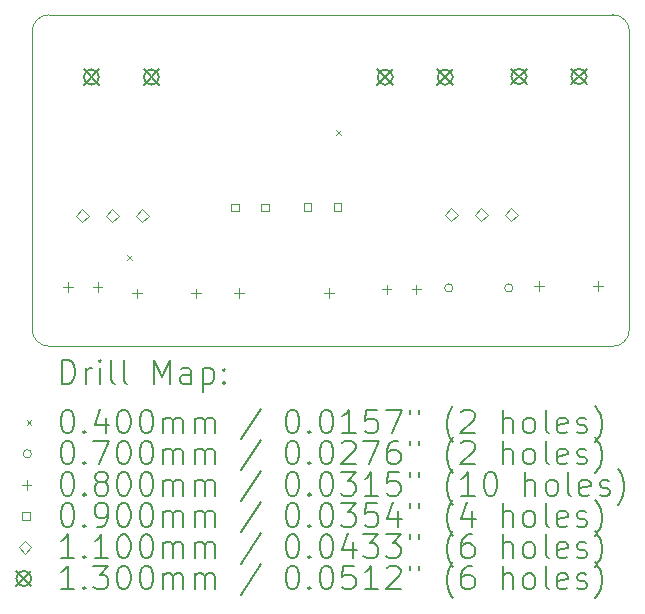
<source format=gbr>
%TF.GenerationSoftware,KiCad,Pcbnew,(6.0.7)*%
%TF.CreationDate,2023-01-29T13:38:15+01:00*%
%TF.ProjectId,udemy,7564656d-792e-46b6-9963-61645f706362,rev?*%
%TF.SameCoordinates,Original*%
%TF.FileFunction,Drillmap*%
%TF.FilePolarity,Positive*%
%FSLAX45Y45*%
G04 Gerber Fmt 4.5, Leading zero omitted, Abs format (unit mm)*
G04 Created by KiCad (PCBNEW (6.0.7)) date 2023-01-29 13:38:15*
%MOMM*%
%LPD*%
G01*
G04 APERTURE LIST*
%ADD10C,0.100000*%
%ADD11C,0.200000*%
%ADD12C,0.040000*%
%ADD13C,0.070000*%
%ADD14C,0.080000*%
%ADD15C,0.090000*%
%ADD16C,0.110000*%
%ADD17C,0.130000*%
G04 APERTURE END LIST*
D10*
X16532500Y-5476055D02*
X11761989Y-5477500D01*
X11617589Y-5619987D02*
X11617513Y-8138100D01*
X11760000Y-8282500D02*
X16530000Y-8285000D01*
X11617513Y-8138100D02*
G75*
G03*
X11760000Y-8282500I142487J-1900D01*
G01*
X16530000Y-8284997D02*
G75*
G03*
X16674400Y-8142513I1900J142487D01*
G01*
X16674982Y-5620455D02*
G75*
G03*
X16532500Y-5476055I-142482J1905D01*
G01*
X11761989Y-5477501D02*
G75*
G03*
X11617589Y-5619987I-1899J-142489D01*
G01*
X16674400Y-8142513D02*
X16674987Y-5620455D01*
D11*
D12*
X12420000Y-7512500D02*
X12460000Y-7552500D01*
X12460000Y-7512500D02*
X12420000Y-7552500D01*
X14192500Y-6452500D02*
X14232500Y-6492500D01*
X14232500Y-6452500D02*
X14192500Y-6492500D01*
D13*
X15181000Y-7790000D02*
G75*
G03*
X15181000Y-7790000I-35000J0D01*
G01*
X15689000Y-7790000D02*
G75*
G03*
X15689000Y-7790000I-35000J0D01*
G01*
D14*
X11922500Y-7742500D02*
X11922500Y-7822500D01*
X11882500Y-7782500D02*
X11962500Y-7782500D01*
X12172500Y-7742500D02*
X12172500Y-7822500D01*
X12132500Y-7782500D02*
X12212500Y-7782500D01*
X12505000Y-7795000D02*
X12505000Y-7875000D01*
X12465000Y-7835000D02*
X12545000Y-7835000D01*
X13005000Y-7795000D02*
X13005000Y-7875000D01*
X12965000Y-7835000D02*
X13045000Y-7835000D01*
X13369000Y-7792500D02*
X13369000Y-7872500D01*
X13329000Y-7832500D02*
X13409000Y-7832500D01*
X14131000Y-7792500D02*
X14131000Y-7872500D01*
X14091000Y-7832500D02*
X14171000Y-7832500D01*
X14620000Y-7762500D02*
X14620000Y-7842500D01*
X14580000Y-7802500D02*
X14660000Y-7802500D01*
X14870000Y-7762500D02*
X14870000Y-7842500D01*
X14830000Y-7802500D02*
X14910000Y-7802500D01*
X15910000Y-7735000D02*
X15910000Y-7815000D01*
X15870000Y-7775000D02*
X15950000Y-7775000D01*
X16410000Y-7735000D02*
X16410000Y-7815000D01*
X16370000Y-7775000D02*
X16450000Y-7775000D01*
D15*
X13365320Y-7139320D02*
X13365320Y-7075680D01*
X13301680Y-7075680D01*
X13301680Y-7139320D01*
X13365320Y-7139320D01*
X13619320Y-7139320D02*
X13619320Y-7075680D01*
X13555680Y-7075680D01*
X13555680Y-7139320D01*
X13619320Y-7139320D01*
X13982820Y-7136820D02*
X13982820Y-7073180D01*
X13919180Y-7073180D01*
X13919180Y-7136820D01*
X13982820Y-7136820D01*
X14236820Y-7136820D02*
X14236820Y-7073180D01*
X14173180Y-7073180D01*
X14173180Y-7136820D01*
X14236820Y-7136820D01*
D16*
X12041000Y-7232000D02*
X12096000Y-7177000D01*
X12041000Y-7122000D01*
X11986000Y-7177000D01*
X12041000Y-7232000D01*
X12295000Y-7232000D02*
X12350000Y-7177000D01*
X12295000Y-7122000D01*
X12240000Y-7177000D01*
X12295000Y-7232000D01*
X12549000Y-7232000D02*
X12604000Y-7177000D01*
X12549000Y-7122000D01*
X12494000Y-7177000D01*
X12549000Y-7232000D01*
X15168500Y-7224500D02*
X15223500Y-7169500D01*
X15168500Y-7114500D01*
X15113500Y-7169500D01*
X15168500Y-7224500D01*
X15422500Y-7224500D02*
X15477500Y-7169500D01*
X15422500Y-7114500D01*
X15367500Y-7169500D01*
X15422500Y-7224500D01*
X15676500Y-7224500D02*
X15731500Y-7169500D01*
X15676500Y-7114500D01*
X15621500Y-7169500D01*
X15676500Y-7224500D01*
D17*
X12054000Y-5939500D02*
X12184000Y-6069500D01*
X12184000Y-5939500D02*
X12054000Y-6069500D01*
X12184000Y-6004500D02*
G75*
G03*
X12184000Y-6004500I-65000J0D01*
G01*
X12562000Y-5939500D02*
X12692000Y-6069500D01*
X12692000Y-5939500D02*
X12562000Y-6069500D01*
X12692000Y-6004500D02*
G75*
G03*
X12692000Y-6004500I-65000J0D01*
G01*
X14541500Y-5939500D02*
X14671500Y-6069500D01*
X14671500Y-5939500D02*
X14541500Y-6069500D01*
X14671500Y-6004500D02*
G75*
G03*
X14671500Y-6004500I-65000J0D01*
G01*
X15049500Y-5939500D02*
X15179500Y-6069500D01*
X15179500Y-5939500D02*
X15049500Y-6069500D01*
X15179500Y-6004500D02*
G75*
G03*
X15179500Y-6004500I-65000J0D01*
G01*
X15674000Y-5934500D02*
X15804000Y-6064500D01*
X15804000Y-5934500D02*
X15674000Y-6064500D01*
X15804000Y-5999500D02*
G75*
G03*
X15804000Y-5999500I-65000J0D01*
G01*
X16182000Y-5934500D02*
X16312000Y-6064500D01*
X16312000Y-5934500D02*
X16182000Y-6064500D01*
X16312000Y-5999500D02*
G75*
G03*
X16312000Y-5999500I-65000J0D01*
G01*
D11*
X11870119Y-8600486D02*
X11870119Y-8400486D01*
X11917738Y-8400486D01*
X11946309Y-8410010D01*
X11965357Y-8429057D01*
X11974881Y-8448105D01*
X11984405Y-8486200D01*
X11984405Y-8514772D01*
X11974881Y-8552867D01*
X11965357Y-8571915D01*
X11946309Y-8590962D01*
X11917738Y-8600486D01*
X11870119Y-8600486D01*
X12070119Y-8600486D02*
X12070119Y-8467153D01*
X12070119Y-8505248D02*
X12079643Y-8486200D01*
X12089167Y-8476676D01*
X12108214Y-8467153D01*
X12127262Y-8467153D01*
X12193928Y-8600486D02*
X12193928Y-8467153D01*
X12193928Y-8400486D02*
X12184405Y-8410010D01*
X12193928Y-8419534D01*
X12203452Y-8410010D01*
X12193928Y-8400486D01*
X12193928Y-8419534D01*
X12317738Y-8600486D02*
X12298690Y-8590962D01*
X12289167Y-8571915D01*
X12289167Y-8400486D01*
X12422500Y-8600486D02*
X12403452Y-8590962D01*
X12393928Y-8571915D01*
X12393928Y-8400486D01*
X12651071Y-8600486D02*
X12651071Y-8400486D01*
X12717738Y-8543343D01*
X12784405Y-8400486D01*
X12784405Y-8600486D01*
X12965357Y-8600486D02*
X12965357Y-8495724D01*
X12955833Y-8476676D01*
X12936786Y-8467153D01*
X12898690Y-8467153D01*
X12879643Y-8476676D01*
X12965357Y-8590962D02*
X12946309Y-8600486D01*
X12898690Y-8600486D01*
X12879643Y-8590962D01*
X12870119Y-8571915D01*
X12870119Y-8552867D01*
X12879643Y-8533819D01*
X12898690Y-8524296D01*
X12946309Y-8524296D01*
X12965357Y-8514772D01*
X13060595Y-8467153D02*
X13060595Y-8667153D01*
X13060595Y-8476676D02*
X13079643Y-8467153D01*
X13117738Y-8467153D01*
X13136786Y-8476676D01*
X13146309Y-8486200D01*
X13155833Y-8505248D01*
X13155833Y-8562391D01*
X13146309Y-8581438D01*
X13136786Y-8590962D01*
X13117738Y-8600486D01*
X13079643Y-8600486D01*
X13060595Y-8590962D01*
X13241548Y-8581438D02*
X13251071Y-8590962D01*
X13241548Y-8600486D01*
X13232024Y-8590962D01*
X13241548Y-8581438D01*
X13241548Y-8600486D01*
X13241548Y-8476676D02*
X13251071Y-8486200D01*
X13241548Y-8495724D01*
X13232024Y-8486200D01*
X13241548Y-8476676D01*
X13241548Y-8495724D01*
D12*
X11572500Y-8910010D02*
X11612500Y-8950010D01*
X11612500Y-8910010D02*
X11572500Y-8950010D01*
D11*
X11908214Y-8820486D02*
X11927262Y-8820486D01*
X11946309Y-8830010D01*
X11955833Y-8839534D01*
X11965357Y-8858581D01*
X11974881Y-8896676D01*
X11974881Y-8944296D01*
X11965357Y-8982391D01*
X11955833Y-9001438D01*
X11946309Y-9010962D01*
X11927262Y-9020486D01*
X11908214Y-9020486D01*
X11889167Y-9010962D01*
X11879643Y-9001438D01*
X11870119Y-8982391D01*
X11860595Y-8944296D01*
X11860595Y-8896676D01*
X11870119Y-8858581D01*
X11879643Y-8839534D01*
X11889167Y-8830010D01*
X11908214Y-8820486D01*
X12060595Y-9001438D02*
X12070119Y-9010962D01*
X12060595Y-9020486D01*
X12051071Y-9010962D01*
X12060595Y-9001438D01*
X12060595Y-9020486D01*
X12241548Y-8887153D02*
X12241548Y-9020486D01*
X12193928Y-8810962D02*
X12146309Y-8953819D01*
X12270119Y-8953819D01*
X12384405Y-8820486D02*
X12403452Y-8820486D01*
X12422500Y-8830010D01*
X12432024Y-8839534D01*
X12441548Y-8858581D01*
X12451071Y-8896676D01*
X12451071Y-8944296D01*
X12441548Y-8982391D01*
X12432024Y-9001438D01*
X12422500Y-9010962D01*
X12403452Y-9020486D01*
X12384405Y-9020486D01*
X12365357Y-9010962D01*
X12355833Y-9001438D01*
X12346309Y-8982391D01*
X12336786Y-8944296D01*
X12336786Y-8896676D01*
X12346309Y-8858581D01*
X12355833Y-8839534D01*
X12365357Y-8830010D01*
X12384405Y-8820486D01*
X12574881Y-8820486D02*
X12593928Y-8820486D01*
X12612976Y-8830010D01*
X12622500Y-8839534D01*
X12632024Y-8858581D01*
X12641548Y-8896676D01*
X12641548Y-8944296D01*
X12632024Y-8982391D01*
X12622500Y-9001438D01*
X12612976Y-9010962D01*
X12593928Y-9020486D01*
X12574881Y-9020486D01*
X12555833Y-9010962D01*
X12546309Y-9001438D01*
X12536786Y-8982391D01*
X12527262Y-8944296D01*
X12527262Y-8896676D01*
X12536786Y-8858581D01*
X12546309Y-8839534D01*
X12555833Y-8830010D01*
X12574881Y-8820486D01*
X12727262Y-9020486D02*
X12727262Y-8887153D01*
X12727262Y-8906200D02*
X12736786Y-8896676D01*
X12755833Y-8887153D01*
X12784405Y-8887153D01*
X12803452Y-8896676D01*
X12812976Y-8915724D01*
X12812976Y-9020486D01*
X12812976Y-8915724D02*
X12822500Y-8896676D01*
X12841548Y-8887153D01*
X12870119Y-8887153D01*
X12889167Y-8896676D01*
X12898690Y-8915724D01*
X12898690Y-9020486D01*
X12993928Y-9020486D02*
X12993928Y-8887153D01*
X12993928Y-8906200D02*
X13003452Y-8896676D01*
X13022500Y-8887153D01*
X13051071Y-8887153D01*
X13070119Y-8896676D01*
X13079643Y-8915724D01*
X13079643Y-9020486D01*
X13079643Y-8915724D02*
X13089167Y-8896676D01*
X13108214Y-8887153D01*
X13136786Y-8887153D01*
X13155833Y-8896676D01*
X13165357Y-8915724D01*
X13165357Y-9020486D01*
X13555833Y-8810962D02*
X13384405Y-9068105D01*
X13812976Y-8820486D02*
X13832024Y-8820486D01*
X13851071Y-8830010D01*
X13860595Y-8839534D01*
X13870119Y-8858581D01*
X13879643Y-8896676D01*
X13879643Y-8944296D01*
X13870119Y-8982391D01*
X13860595Y-9001438D01*
X13851071Y-9010962D01*
X13832024Y-9020486D01*
X13812976Y-9020486D01*
X13793928Y-9010962D01*
X13784405Y-9001438D01*
X13774881Y-8982391D01*
X13765357Y-8944296D01*
X13765357Y-8896676D01*
X13774881Y-8858581D01*
X13784405Y-8839534D01*
X13793928Y-8830010D01*
X13812976Y-8820486D01*
X13965357Y-9001438D02*
X13974881Y-9010962D01*
X13965357Y-9020486D01*
X13955833Y-9010962D01*
X13965357Y-9001438D01*
X13965357Y-9020486D01*
X14098690Y-8820486D02*
X14117738Y-8820486D01*
X14136786Y-8830010D01*
X14146309Y-8839534D01*
X14155833Y-8858581D01*
X14165357Y-8896676D01*
X14165357Y-8944296D01*
X14155833Y-8982391D01*
X14146309Y-9001438D01*
X14136786Y-9010962D01*
X14117738Y-9020486D01*
X14098690Y-9020486D01*
X14079643Y-9010962D01*
X14070119Y-9001438D01*
X14060595Y-8982391D01*
X14051071Y-8944296D01*
X14051071Y-8896676D01*
X14060595Y-8858581D01*
X14070119Y-8839534D01*
X14079643Y-8830010D01*
X14098690Y-8820486D01*
X14355833Y-9020486D02*
X14241548Y-9020486D01*
X14298690Y-9020486D02*
X14298690Y-8820486D01*
X14279643Y-8849057D01*
X14260595Y-8868105D01*
X14241548Y-8877629D01*
X14536786Y-8820486D02*
X14441548Y-8820486D01*
X14432024Y-8915724D01*
X14441548Y-8906200D01*
X14460595Y-8896676D01*
X14508214Y-8896676D01*
X14527262Y-8906200D01*
X14536786Y-8915724D01*
X14546309Y-8934772D01*
X14546309Y-8982391D01*
X14536786Y-9001438D01*
X14527262Y-9010962D01*
X14508214Y-9020486D01*
X14460595Y-9020486D01*
X14441548Y-9010962D01*
X14432024Y-9001438D01*
X14612976Y-8820486D02*
X14746309Y-8820486D01*
X14660595Y-9020486D01*
X14812976Y-8820486D02*
X14812976Y-8858581D01*
X14889167Y-8820486D02*
X14889167Y-8858581D01*
X15184405Y-9096676D02*
X15174881Y-9087153D01*
X15155833Y-9058581D01*
X15146309Y-9039534D01*
X15136786Y-9010962D01*
X15127262Y-8963343D01*
X15127262Y-8925248D01*
X15136786Y-8877629D01*
X15146309Y-8849057D01*
X15155833Y-8830010D01*
X15174881Y-8801438D01*
X15184405Y-8791915D01*
X15251071Y-8839534D02*
X15260595Y-8830010D01*
X15279643Y-8820486D01*
X15327262Y-8820486D01*
X15346309Y-8830010D01*
X15355833Y-8839534D01*
X15365357Y-8858581D01*
X15365357Y-8877629D01*
X15355833Y-8906200D01*
X15241548Y-9020486D01*
X15365357Y-9020486D01*
X15603452Y-9020486D02*
X15603452Y-8820486D01*
X15689167Y-9020486D02*
X15689167Y-8915724D01*
X15679643Y-8896676D01*
X15660595Y-8887153D01*
X15632024Y-8887153D01*
X15612976Y-8896676D01*
X15603452Y-8906200D01*
X15812976Y-9020486D02*
X15793928Y-9010962D01*
X15784405Y-9001438D01*
X15774881Y-8982391D01*
X15774881Y-8925248D01*
X15784405Y-8906200D01*
X15793928Y-8896676D01*
X15812976Y-8887153D01*
X15841548Y-8887153D01*
X15860595Y-8896676D01*
X15870119Y-8906200D01*
X15879643Y-8925248D01*
X15879643Y-8982391D01*
X15870119Y-9001438D01*
X15860595Y-9010962D01*
X15841548Y-9020486D01*
X15812976Y-9020486D01*
X15993928Y-9020486D02*
X15974881Y-9010962D01*
X15965357Y-8991915D01*
X15965357Y-8820486D01*
X16146309Y-9010962D02*
X16127262Y-9020486D01*
X16089167Y-9020486D01*
X16070119Y-9010962D01*
X16060595Y-8991915D01*
X16060595Y-8915724D01*
X16070119Y-8896676D01*
X16089167Y-8887153D01*
X16127262Y-8887153D01*
X16146309Y-8896676D01*
X16155833Y-8915724D01*
X16155833Y-8934772D01*
X16060595Y-8953819D01*
X16232024Y-9010962D02*
X16251071Y-9020486D01*
X16289167Y-9020486D01*
X16308214Y-9010962D01*
X16317738Y-8991915D01*
X16317738Y-8982391D01*
X16308214Y-8963343D01*
X16289167Y-8953819D01*
X16260595Y-8953819D01*
X16241548Y-8944296D01*
X16232024Y-8925248D01*
X16232024Y-8915724D01*
X16241548Y-8896676D01*
X16260595Y-8887153D01*
X16289167Y-8887153D01*
X16308214Y-8896676D01*
X16384405Y-9096676D02*
X16393928Y-9087153D01*
X16412976Y-9058581D01*
X16422500Y-9039534D01*
X16432024Y-9010962D01*
X16441548Y-8963343D01*
X16441548Y-8925248D01*
X16432024Y-8877629D01*
X16422500Y-8849057D01*
X16412976Y-8830010D01*
X16393928Y-8801438D01*
X16384405Y-8791915D01*
D13*
X11612500Y-9194010D02*
G75*
G03*
X11612500Y-9194010I-35000J0D01*
G01*
D11*
X11908214Y-9084486D02*
X11927262Y-9084486D01*
X11946309Y-9094010D01*
X11955833Y-9103534D01*
X11965357Y-9122581D01*
X11974881Y-9160676D01*
X11974881Y-9208296D01*
X11965357Y-9246391D01*
X11955833Y-9265438D01*
X11946309Y-9274962D01*
X11927262Y-9284486D01*
X11908214Y-9284486D01*
X11889167Y-9274962D01*
X11879643Y-9265438D01*
X11870119Y-9246391D01*
X11860595Y-9208296D01*
X11860595Y-9160676D01*
X11870119Y-9122581D01*
X11879643Y-9103534D01*
X11889167Y-9094010D01*
X11908214Y-9084486D01*
X12060595Y-9265438D02*
X12070119Y-9274962D01*
X12060595Y-9284486D01*
X12051071Y-9274962D01*
X12060595Y-9265438D01*
X12060595Y-9284486D01*
X12136786Y-9084486D02*
X12270119Y-9084486D01*
X12184405Y-9284486D01*
X12384405Y-9084486D02*
X12403452Y-9084486D01*
X12422500Y-9094010D01*
X12432024Y-9103534D01*
X12441548Y-9122581D01*
X12451071Y-9160676D01*
X12451071Y-9208296D01*
X12441548Y-9246391D01*
X12432024Y-9265438D01*
X12422500Y-9274962D01*
X12403452Y-9284486D01*
X12384405Y-9284486D01*
X12365357Y-9274962D01*
X12355833Y-9265438D01*
X12346309Y-9246391D01*
X12336786Y-9208296D01*
X12336786Y-9160676D01*
X12346309Y-9122581D01*
X12355833Y-9103534D01*
X12365357Y-9094010D01*
X12384405Y-9084486D01*
X12574881Y-9084486D02*
X12593928Y-9084486D01*
X12612976Y-9094010D01*
X12622500Y-9103534D01*
X12632024Y-9122581D01*
X12641548Y-9160676D01*
X12641548Y-9208296D01*
X12632024Y-9246391D01*
X12622500Y-9265438D01*
X12612976Y-9274962D01*
X12593928Y-9284486D01*
X12574881Y-9284486D01*
X12555833Y-9274962D01*
X12546309Y-9265438D01*
X12536786Y-9246391D01*
X12527262Y-9208296D01*
X12527262Y-9160676D01*
X12536786Y-9122581D01*
X12546309Y-9103534D01*
X12555833Y-9094010D01*
X12574881Y-9084486D01*
X12727262Y-9284486D02*
X12727262Y-9151153D01*
X12727262Y-9170200D02*
X12736786Y-9160676D01*
X12755833Y-9151153D01*
X12784405Y-9151153D01*
X12803452Y-9160676D01*
X12812976Y-9179724D01*
X12812976Y-9284486D01*
X12812976Y-9179724D02*
X12822500Y-9160676D01*
X12841548Y-9151153D01*
X12870119Y-9151153D01*
X12889167Y-9160676D01*
X12898690Y-9179724D01*
X12898690Y-9284486D01*
X12993928Y-9284486D02*
X12993928Y-9151153D01*
X12993928Y-9170200D02*
X13003452Y-9160676D01*
X13022500Y-9151153D01*
X13051071Y-9151153D01*
X13070119Y-9160676D01*
X13079643Y-9179724D01*
X13079643Y-9284486D01*
X13079643Y-9179724D02*
X13089167Y-9160676D01*
X13108214Y-9151153D01*
X13136786Y-9151153D01*
X13155833Y-9160676D01*
X13165357Y-9179724D01*
X13165357Y-9284486D01*
X13555833Y-9074962D02*
X13384405Y-9332105D01*
X13812976Y-9084486D02*
X13832024Y-9084486D01*
X13851071Y-9094010D01*
X13860595Y-9103534D01*
X13870119Y-9122581D01*
X13879643Y-9160676D01*
X13879643Y-9208296D01*
X13870119Y-9246391D01*
X13860595Y-9265438D01*
X13851071Y-9274962D01*
X13832024Y-9284486D01*
X13812976Y-9284486D01*
X13793928Y-9274962D01*
X13784405Y-9265438D01*
X13774881Y-9246391D01*
X13765357Y-9208296D01*
X13765357Y-9160676D01*
X13774881Y-9122581D01*
X13784405Y-9103534D01*
X13793928Y-9094010D01*
X13812976Y-9084486D01*
X13965357Y-9265438D02*
X13974881Y-9274962D01*
X13965357Y-9284486D01*
X13955833Y-9274962D01*
X13965357Y-9265438D01*
X13965357Y-9284486D01*
X14098690Y-9084486D02*
X14117738Y-9084486D01*
X14136786Y-9094010D01*
X14146309Y-9103534D01*
X14155833Y-9122581D01*
X14165357Y-9160676D01*
X14165357Y-9208296D01*
X14155833Y-9246391D01*
X14146309Y-9265438D01*
X14136786Y-9274962D01*
X14117738Y-9284486D01*
X14098690Y-9284486D01*
X14079643Y-9274962D01*
X14070119Y-9265438D01*
X14060595Y-9246391D01*
X14051071Y-9208296D01*
X14051071Y-9160676D01*
X14060595Y-9122581D01*
X14070119Y-9103534D01*
X14079643Y-9094010D01*
X14098690Y-9084486D01*
X14241548Y-9103534D02*
X14251071Y-9094010D01*
X14270119Y-9084486D01*
X14317738Y-9084486D01*
X14336786Y-9094010D01*
X14346309Y-9103534D01*
X14355833Y-9122581D01*
X14355833Y-9141629D01*
X14346309Y-9170200D01*
X14232024Y-9284486D01*
X14355833Y-9284486D01*
X14422500Y-9084486D02*
X14555833Y-9084486D01*
X14470119Y-9284486D01*
X14717738Y-9084486D02*
X14679643Y-9084486D01*
X14660595Y-9094010D01*
X14651071Y-9103534D01*
X14632024Y-9132105D01*
X14622500Y-9170200D01*
X14622500Y-9246391D01*
X14632024Y-9265438D01*
X14641548Y-9274962D01*
X14660595Y-9284486D01*
X14698690Y-9284486D01*
X14717738Y-9274962D01*
X14727262Y-9265438D01*
X14736786Y-9246391D01*
X14736786Y-9198772D01*
X14727262Y-9179724D01*
X14717738Y-9170200D01*
X14698690Y-9160676D01*
X14660595Y-9160676D01*
X14641548Y-9170200D01*
X14632024Y-9179724D01*
X14622500Y-9198772D01*
X14812976Y-9084486D02*
X14812976Y-9122581D01*
X14889167Y-9084486D02*
X14889167Y-9122581D01*
X15184405Y-9360676D02*
X15174881Y-9351153D01*
X15155833Y-9322581D01*
X15146309Y-9303534D01*
X15136786Y-9274962D01*
X15127262Y-9227343D01*
X15127262Y-9189248D01*
X15136786Y-9141629D01*
X15146309Y-9113057D01*
X15155833Y-9094010D01*
X15174881Y-9065438D01*
X15184405Y-9055915D01*
X15251071Y-9103534D02*
X15260595Y-9094010D01*
X15279643Y-9084486D01*
X15327262Y-9084486D01*
X15346309Y-9094010D01*
X15355833Y-9103534D01*
X15365357Y-9122581D01*
X15365357Y-9141629D01*
X15355833Y-9170200D01*
X15241548Y-9284486D01*
X15365357Y-9284486D01*
X15603452Y-9284486D02*
X15603452Y-9084486D01*
X15689167Y-9284486D02*
X15689167Y-9179724D01*
X15679643Y-9160676D01*
X15660595Y-9151153D01*
X15632024Y-9151153D01*
X15612976Y-9160676D01*
X15603452Y-9170200D01*
X15812976Y-9284486D02*
X15793928Y-9274962D01*
X15784405Y-9265438D01*
X15774881Y-9246391D01*
X15774881Y-9189248D01*
X15784405Y-9170200D01*
X15793928Y-9160676D01*
X15812976Y-9151153D01*
X15841548Y-9151153D01*
X15860595Y-9160676D01*
X15870119Y-9170200D01*
X15879643Y-9189248D01*
X15879643Y-9246391D01*
X15870119Y-9265438D01*
X15860595Y-9274962D01*
X15841548Y-9284486D01*
X15812976Y-9284486D01*
X15993928Y-9284486D02*
X15974881Y-9274962D01*
X15965357Y-9255915D01*
X15965357Y-9084486D01*
X16146309Y-9274962D02*
X16127262Y-9284486D01*
X16089167Y-9284486D01*
X16070119Y-9274962D01*
X16060595Y-9255915D01*
X16060595Y-9179724D01*
X16070119Y-9160676D01*
X16089167Y-9151153D01*
X16127262Y-9151153D01*
X16146309Y-9160676D01*
X16155833Y-9179724D01*
X16155833Y-9198772D01*
X16060595Y-9217819D01*
X16232024Y-9274962D02*
X16251071Y-9284486D01*
X16289167Y-9284486D01*
X16308214Y-9274962D01*
X16317738Y-9255915D01*
X16317738Y-9246391D01*
X16308214Y-9227343D01*
X16289167Y-9217819D01*
X16260595Y-9217819D01*
X16241548Y-9208296D01*
X16232024Y-9189248D01*
X16232024Y-9179724D01*
X16241548Y-9160676D01*
X16260595Y-9151153D01*
X16289167Y-9151153D01*
X16308214Y-9160676D01*
X16384405Y-9360676D02*
X16393928Y-9351153D01*
X16412976Y-9322581D01*
X16422500Y-9303534D01*
X16432024Y-9274962D01*
X16441548Y-9227343D01*
X16441548Y-9189248D01*
X16432024Y-9141629D01*
X16422500Y-9113057D01*
X16412976Y-9094010D01*
X16393928Y-9065438D01*
X16384405Y-9055915D01*
D14*
X11572500Y-9418010D02*
X11572500Y-9498010D01*
X11532500Y-9458010D02*
X11612500Y-9458010D01*
D11*
X11908214Y-9348486D02*
X11927262Y-9348486D01*
X11946309Y-9358010D01*
X11955833Y-9367534D01*
X11965357Y-9386581D01*
X11974881Y-9424676D01*
X11974881Y-9472296D01*
X11965357Y-9510391D01*
X11955833Y-9529438D01*
X11946309Y-9538962D01*
X11927262Y-9548486D01*
X11908214Y-9548486D01*
X11889167Y-9538962D01*
X11879643Y-9529438D01*
X11870119Y-9510391D01*
X11860595Y-9472296D01*
X11860595Y-9424676D01*
X11870119Y-9386581D01*
X11879643Y-9367534D01*
X11889167Y-9358010D01*
X11908214Y-9348486D01*
X12060595Y-9529438D02*
X12070119Y-9538962D01*
X12060595Y-9548486D01*
X12051071Y-9538962D01*
X12060595Y-9529438D01*
X12060595Y-9548486D01*
X12184405Y-9434200D02*
X12165357Y-9424676D01*
X12155833Y-9415153D01*
X12146309Y-9396105D01*
X12146309Y-9386581D01*
X12155833Y-9367534D01*
X12165357Y-9358010D01*
X12184405Y-9348486D01*
X12222500Y-9348486D01*
X12241548Y-9358010D01*
X12251071Y-9367534D01*
X12260595Y-9386581D01*
X12260595Y-9396105D01*
X12251071Y-9415153D01*
X12241548Y-9424676D01*
X12222500Y-9434200D01*
X12184405Y-9434200D01*
X12165357Y-9443724D01*
X12155833Y-9453248D01*
X12146309Y-9472296D01*
X12146309Y-9510391D01*
X12155833Y-9529438D01*
X12165357Y-9538962D01*
X12184405Y-9548486D01*
X12222500Y-9548486D01*
X12241548Y-9538962D01*
X12251071Y-9529438D01*
X12260595Y-9510391D01*
X12260595Y-9472296D01*
X12251071Y-9453248D01*
X12241548Y-9443724D01*
X12222500Y-9434200D01*
X12384405Y-9348486D02*
X12403452Y-9348486D01*
X12422500Y-9358010D01*
X12432024Y-9367534D01*
X12441548Y-9386581D01*
X12451071Y-9424676D01*
X12451071Y-9472296D01*
X12441548Y-9510391D01*
X12432024Y-9529438D01*
X12422500Y-9538962D01*
X12403452Y-9548486D01*
X12384405Y-9548486D01*
X12365357Y-9538962D01*
X12355833Y-9529438D01*
X12346309Y-9510391D01*
X12336786Y-9472296D01*
X12336786Y-9424676D01*
X12346309Y-9386581D01*
X12355833Y-9367534D01*
X12365357Y-9358010D01*
X12384405Y-9348486D01*
X12574881Y-9348486D02*
X12593928Y-9348486D01*
X12612976Y-9358010D01*
X12622500Y-9367534D01*
X12632024Y-9386581D01*
X12641548Y-9424676D01*
X12641548Y-9472296D01*
X12632024Y-9510391D01*
X12622500Y-9529438D01*
X12612976Y-9538962D01*
X12593928Y-9548486D01*
X12574881Y-9548486D01*
X12555833Y-9538962D01*
X12546309Y-9529438D01*
X12536786Y-9510391D01*
X12527262Y-9472296D01*
X12527262Y-9424676D01*
X12536786Y-9386581D01*
X12546309Y-9367534D01*
X12555833Y-9358010D01*
X12574881Y-9348486D01*
X12727262Y-9548486D02*
X12727262Y-9415153D01*
X12727262Y-9434200D02*
X12736786Y-9424676D01*
X12755833Y-9415153D01*
X12784405Y-9415153D01*
X12803452Y-9424676D01*
X12812976Y-9443724D01*
X12812976Y-9548486D01*
X12812976Y-9443724D02*
X12822500Y-9424676D01*
X12841548Y-9415153D01*
X12870119Y-9415153D01*
X12889167Y-9424676D01*
X12898690Y-9443724D01*
X12898690Y-9548486D01*
X12993928Y-9548486D02*
X12993928Y-9415153D01*
X12993928Y-9434200D02*
X13003452Y-9424676D01*
X13022500Y-9415153D01*
X13051071Y-9415153D01*
X13070119Y-9424676D01*
X13079643Y-9443724D01*
X13079643Y-9548486D01*
X13079643Y-9443724D02*
X13089167Y-9424676D01*
X13108214Y-9415153D01*
X13136786Y-9415153D01*
X13155833Y-9424676D01*
X13165357Y-9443724D01*
X13165357Y-9548486D01*
X13555833Y-9338962D02*
X13384405Y-9596105D01*
X13812976Y-9348486D02*
X13832024Y-9348486D01*
X13851071Y-9358010D01*
X13860595Y-9367534D01*
X13870119Y-9386581D01*
X13879643Y-9424676D01*
X13879643Y-9472296D01*
X13870119Y-9510391D01*
X13860595Y-9529438D01*
X13851071Y-9538962D01*
X13832024Y-9548486D01*
X13812976Y-9548486D01*
X13793928Y-9538962D01*
X13784405Y-9529438D01*
X13774881Y-9510391D01*
X13765357Y-9472296D01*
X13765357Y-9424676D01*
X13774881Y-9386581D01*
X13784405Y-9367534D01*
X13793928Y-9358010D01*
X13812976Y-9348486D01*
X13965357Y-9529438D02*
X13974881Y-9538962D01*
X13965357Y-9548486D01*
X13955833Y-9538962D01*
X13965357Y-9529438D01*
X13965357Y-9548486D01*
X14098690Y-9348486D02*
X14117738Y-9348486D01*
X14136786Y-9358010D01*
X14146309Y-9367534D01*
X14155833Y-9386581D01*
X14165357Y-9424676D01*
X14165357Y-9472296D01*
X14155833Y-9510391D01*
X14146309Y-9529438D01*
X14136786Y-9538962D01*
X14117738Y-9548486D01*
X14098690Y-9548486D01*
X14079643Y-9538962D01*
X14070119Y-9529438D01*
X14060595Y-9510391D01*
X14051071Y-9472296D01*
X14051071Y-9424676D01*
X14060595Y-9386581D01*
X14070119Y-9367534D01*
X14079643Y-9358010D01*
X14098690Y-9348486D01*
X14232024Y-9348486D02*
X14355833Y-9348486D01*
X14289167Y-9424676D01*
X14317738Y-9424676D01*
X14336786Y-9434200D01*
X14346309Y-9443724D01*
X14355833Y-9462772D01*
X14355833Y-9510391D01*
X14346309Y-9529438D01*
X14336786Y-9538962D01*
X14317738Y-9548486D01*
X14260595Y-9548486D01*
X14241548Y-9538962D01*
X14232024Y-9529438D01*
X14546309Y-9548486D02*
X14432024Y-9548486D01*
X14489167Y-9548486D02*
X14489167Y-9348486D01*
X14470119Y-9377057D01*
X14451071Y-9396105D01*
X14432024Y-9405629D01*
X14727262Y-9348486D02*
X14632024Y-9348486D01*
X14622500Y-9443724D01*
X14632024Y-9434200D01*
X14651071Y-9424676D01*
X14698690Y-9424676D01*
X14717738Y-9434200D01*
X14727262Y-9443724D01*
X14736786Y-9462772D01*
X14736786Y-9510391D01*
X14727262Y-9529438D01*
X14717738Y-9538962D01*
X14698690Y-9548486D01*
X14651071Y-9548486D01*
X14632024Y-9538962D01*
X14622500Y-9529438D01*
X14812976Y-9348486D02*
X14812976Y-9386581D01*
X14889167Y-9348486D02*
X14889167Y-9386581D01*
X15184405Y-9624676D02*
X15174881Y-9615153D01*
X15155833Y-9586581D01*
X15146309Y-9567534D01*
X15136786Y-9538962D01*
X15127262Y-9491343D01*
X15127262Y-9453248D01*
X15136786Y-9405629D01*
X15146309Y-9377057D01*
X15155833Y-9358010D01*
X15174881Y-9329438D01*
X15184405Y-9319915D01*
X15365357Y-9548486D02*
X15251071Y-9548486D01*
X15308214Y-9548486D02*
X15308214Y-9348486D01*
X15289167Y-9377057D01*
X15270119Y-9396105D01*
X15251071Y-9405629D01*
X15489167Y-9348486D02*
X15508214Y-9348486D01*
X15527262Y-9358010D01*
X15536786Y-9367534D01*
X15546309Y-9386581D01*
X15555833Y-9424676D01*
X15555833Y-9472296D01*
X15546309Y-9510391D01*
X15536786Y-9529438D01*
X15527262Y-9538962D01*
X15508214Y-9548486D01*
X15489167Y-9548486D01*
X15470119Y-9538962D01*
X15460595Y-9529438D01*
X15451071Y-9510391D01*
X15441548Y-9472296D01*
X15441548Y-9424676D01*
X15451071Y-9386581D01*
X15460595Y-9367534D01*
X15470119Y-9358010D01*
X15489167Y-9348486D01*
X15793928Y-9548486D02*
X15793928Y-9348486D01*
X15879643Y-9548486D02*
X15879643Y-9443724D01*
X15870119Y-9424676D01*
X15851071Y-9415153D01*
X15822500Y-9415153D01*
X15803452Y-9424676D01*
X15793928Y-9434200D01*
X16003452Y-9548486D02*
X15984405Y-9538962D01*
X15974881Y-9529438D01*
X15965357Y-9510391D01*
X15965357Y-9453248D01*
X15974881Y-9434200D01*
X15984405Y-9424676D01*
X16003452Y-9415153D01*
X16032024Y-9415153D01*
X16051071Y-9424676D01*
X16060595Y-9434200D01*
X16070119Y-9453248D01*
X16070119Y-9510391D01*
X16060595Y-9529438D01*
X16051071Y-9538962D01*
X16032024Y-9548486D01*
X16003452Y-9548486D01*
X16184405Y-9548486D02*
X16165357Y-9538962D01*
X16155833Y-9519915D01*
X16155833Y-9348486D01*
X16336786Y-9538962D02*
X16317738Y-9548486D01*
X16279643Y-9548486D01*
X16260595Y-9538962D01*
X16251071Y-9519915D01*
X16251071Y-9443724D01*
X16260595Y-9424676D01*
X16279643Y-9415153D01*
X16317738Y-9415153D01*
X16336786Y-9424676D01*
X16346309Y-9443724D01*
X16346309Y-9462772D01*
X16251071Y-9481819D01*
X16422500Y-9538962D02*
X16441548Y-9548486D01*
X16479643Y-9548486D01*
X16498690Y-9538962D01*
X16508214Y-9519915D01*
X16508214Y-9510391D01*
X16498690Y-9491343D01*
X16479643Y-9481819D01*
X16451071Y-9481819D01*
X16432024Y-9472296D01*
X16422500Y-9453248D01*
X16422500Y-9443724D01*
X16432024Y-9424676D01*
X16451071Y-9415153D01*
X16479643Y-9415153D01*
X16498690Y-9424676D01*
X16574881Y-9624676D02*
X16584405Y-9615153D01*
X16603452Y-9586581D01*
X16612976Y-9567534D01*
X16622500Y-9538962D01*
X16632024Y-9491343D01*
X16632024Y-9453248D01*
X16622500Y-9405629D01*
X16612976Y-9377057D01*
X16603452Y-9358010D01*
X16584405Y-9329438D01*
X16574881Y-9319915D01*
D15*
X11599320Y-9753830D02*
X11599320Y-9690190D01*
X11535680Y-9690190D01*
X11535680Y-9753830D01*
X11599320Y-9753830D01*
D11*
X11908214Y-9612486D02*
X11927262Y-9612486D01*
X11946309Y-9622010D01*
X11955833Y-9631534D01*
X11965357Y-9650581D01*
X11974881Y-9688676D01*
X11974881Y-9736296D01*
X11965357Y-9774391D01*
X11955833Y-9793438D01*
X11946309Y-9802962D01*
X11927262Y-9812486D01*
X11908214Y-9812486D01*
X11889167Y-9802962D01*
X11879643Y-9793438D01*
X11870119Y-9774391D01*
X11860595Y-9736296D01*
X11860595Y-9688676D01*
X11870119Y-9650581D01*
X11879643Y-9631534D01*
X11889167Y-9622010D01*
X11908214Y-9612486D01*
X12060595Y-9793438D02*
X12070119Y-9802962D01*
X12060595Y-9812486D01*
X12051071Y-9802962D01*
X12060595Y-9793438D01*
X12060595Y-9812486D01*
X12165357Y-9812486D02*
X12203452Y-9812486D01*
X12222500Y-9802962D01*
X12232024Y-9793438D01*
X12251071Y-9764867D01*
X12260595Y-9726772D01*
X12260595Y-9650581D01*
X12251071Y-9631534D01*
X12241548Y-9622010D01*
X12222500Y-9612486D01*
X12184405Y-9612486D01*
X12165357Y-9622010D01*
X12155833Y-9631534D01*
X12146309Y-9650581D01*
X12146309Y-9698200D01*
X12155833Y-9717248D01*
X12165357Y-9726772D01*
X12184405Y-9736296D01*
X12222500Y-9736296D01*
X12241548Y-9726772D01*
X12251071Y-9717248D01*
X12260595Y-9698200D01*
X12384405Y-9612486D02*
X12403452Y-9612486D01*
X12422500Y-9622010D01*
X12432024Y-9631534D01*
X12441548Y-9650581D01*
X12451071Y-9688676D01*
X12451071Y-9736296D01*
X12441548Y-9774391D01*
X12432024Y-9793438D01*
X12422500Y-9802962D01*
X12403452Y-9812486D01*
X12384405Y-9812486D01*
X12365357Y-9802962D01*
X12355833Y-9793438D01*
X12346309Y-9774391D01*
X12336786Y-9736296D01*
X12336786Y-9688676D01*
X12346309Y-9650581D01*
X12355833Y-9631534D01*
X12365357Y-9622010D01*
X12384405Y-9612486D01*
X12574881Y-9612486D02*
X12593928Y-9612486D01*
X12612976Y-9622010D01*
X12622500Y-9631534D01*
X12632024Y-9650581D01*
X12641548Y-9688676D01*
X12641548Y-9736296D01*
X12632024Y-9774391D01*
X12622500Y-9793438D01*
X12612976Y-9802962D01*
X12593928Y-9812486D01*
X12574881Y-9812486D01*
X12555833Y-9802962D01*
X12546309Y-9793438D01*
X12536786Y-9774391D01*
X12527262Y-9736296D01*
X12527262Y-9688676D01*
X12536786Y-9650581D01*
X12546309Y-9631534D01*
X12555833Y-9622010D01*
X12574881Y-9612486D01*
X12727262Y-9812486D02*
X12727262Y-9679153D01*
X12727262Y-9698200D02*
X12736786Y-9688676D01*
X12755833Y-9679153D01*
X12784405Y-9679153D01*
X12803452Y-9688676D01*
X12812976Y-9707724D01*
X12812976Y-9812486D01*
X12812976Y-9707724D02*
X12822500Y-9688676D01*
X12841548Y-9679153D01*
X12870119Y-9679153D01*
X12889167Y-9688676D01*
X12898690Y-9707724D01*
X12898690Y-9812486D01*
X12993928Y-9812486D02*
X12993928Y-9679153D01*
X12993928Y-9698200D02*
X13003452Y-9688676D01*
X13022500Y-9679153D01*
X13051071Y-9679153D01*
X13070119Y-9688676D01*
X13079643Y-9707724D01*
X13079643Y-9812486D01*
X13079643Y-9707724D02*
X13089167Y-9688676D01*
X13108214Y-9679153D01*
X13136786Y-9679153D01*
X13155833Y-9688676D01*
X13165357Y-9707724D01*
X13165357Y-9812486D01*
X13555833Y-9602962D02*
X13384405Y-9860105D01*
X13812976Y-9612486D02*
X13832024Y-9612486D01*
X13851071Y-9622010D01*
X13860595Y-9631534D01*
X13870119Y-9650581D01*
X13879643Y-9688676D01*
X13879643Y-9736296D01*
X13870119Y-9774391D01*
X13860595Y-9793438D01*
X13851071Y-9802962D01*
X13832024Y-9812486D01*
X13812976Y-9812486D01*
X13793928Y-9802962D01*
X13784405Y-9793438D01*
X13774881Y-9774391D01*
X13765357Y-9736296D01*
X13765357Y-9688676D01*
X13774881Y-9650581D01*
X13784405Y-9631534D01*
X13793928Y-9622010D01*
X13812976Y-9612486D01*
X13965357Y-9793438D02*
X13974881Y-9802962D01*
X13965357Y-9812486D01*
X13955833Y-9802962D01*
X13965357Y-9793438D01*
X13965357Y-9812486D01*
X14098690Y-9612486D02*
X14117738Y-9612486D01*
X14136786Y-9622010D01*
X14146309Y-9631534D01*
X14155833Y-9650581D01*
X14165357Y-9688676D01*
X14165357Y-9736296D01*
X14155833Y-9774391D01*
X14146309Y-9793438D01*
X14136786Y-9802962D01*
X14117738Y-9812486D01*
X14098690Y-9812486D01*
X14079643Y-9802962D01*
X14070119Y-9793438D01*
X14060595Y-9774391D01*
X14051071Y-9736296D01*
X14051071Y-9688676D01*
X14060595Y-9650581D01*
X14070119Y-9631534D01*
X14079643Y-9622010D01*
X14098690Y-9612486D01*
X14232024Y-9612486D02*
X14355833Y-9612486D01*
X14289167Y-9688676D01*
X14317738Y-9688676D01*
X14336786Y-9698200D01*
X14346309Y-9707724D01*
X14355833Y-9726772D01*
X14355833Y-9774391D01*
X14346309Y-9793438D01*
X14336786Y-9802962D01*
X14317738Y-9812486D01*
X14260595Y-9812486D01*
X14241548Y-9802962D01*
X14232024Y-9793438D01*
X14536786Y-9612486D02*
X14441548Y-9612486D01*
X14432024Y-9707724D01*
X14441548Y-9698200D01*
X14460595Y-9688676D01*
X14508214Y-9688676D01*
X14527262Y-9698200D01*
X14536786Y-9707724D01*
X14546309Y-9726772D01*
X14546309Y-9774391D01*
X14536786Y-9793438D01*
X14527262Y-9802962D01*
X14508214Y-9812486D01*
X14460595Y-9812486D01*
X14441548Y-9802962D01*
X14432024Y-9793438D01*
X14717738Y-9679153D02*
X14717738Y-9812486D01*
X14670119Y-9602962D02*
X14622500Y-9745819D01*
X14746309Y-9745819D01*
X14812976Y-9612486D02*
X14812976Y-9650581D01*
X14889167Y-9612486D02*
X14889167Y-9650581D01*
X15184405Y-9888676D02*
X15174881Y-9879153D01*
X15155833Y-9850581D01*
X15146309Y-9831534D01*
X15136786Y-9802962D01*
X15127262Y-9755343D01*
X15127262Y-9717248D01*
X15136786Y-9669629D01*
X15146309Y-9641057D01*
X15155833Y-9622010D01*
X15174881Y-9593438D01*
X15184405Y-9583915D01*
X15346309Y-9679153D02*
X15346309Y-9812486D01*
X15298690Y-9602962D02*
X15251071Y-9745819D01*
X15374881Y-9745819D01*
X15603452Y-9812486D02*
X15603452Y-9612486D01*
X15689167Y-9812486D02*
X15689167Y-9707724D01*
X15679643Y-9688676D01*
X15660595Y-9679153D01*
X15632024Y-9679153D01*
X15612976Y-9688676D01*
X15603452Y-9698200D01*
X15812976Y-9812486D02*
X15793928Y-9802962D01*
X15784405Y-9793438D01*
X15774881Y-9774391D01*
X15774881Y-9717248D01*
X15784405Y-9698200D01*
X15793928Y-9688676D01*
X15812976Y-9679153D01*
X15841548Y-9679153D01*
X15860595Y-9688676D01*
X15870119Y-9698200D01*
X15879643Y-9717248D01*
X15879643Y-9774391D01*
X15870119Y-9793438D01*
X15860595Y-9802962D01*
X15841548Y-9812486D01*
X15812976Y-9812486D01*
X15993928Y-9812486D02*
X15974881Y-9802962D01*
X15965357Y-9783915D01*
X15965357Y-9612486D01*
X16146309Y-9802962D02*
X16127262Y-9812486D01*
X16089167Y-9812486D01*
X16070119Y-9802962D01*
X16060595Y-9783915D01*
X16060595Y-9707724D01*
X16070119Y-9688676D01*
X16089167Y-9679153D01*
X16127262Y-9679153D01*
X16146309Y-9688676D01*
X16155833Y-9707724D01*
X16155833Y-9726772D01*
X16060595Y-9745819D01*
X16232024Y-9802962D02*
X16251071Y-9812486D01*
X16289167Y-9812486D01*
X16308214Y-9802962D01*
X16317738Y-9783915D01*
X16317738Y-9774391D01*
X16308214Y-9755343D01*
X16289167Y-9745819D01*
X16260595Y-9745819D01*
X16241548Y-9736296D01*
X16232024Y-9717248D01*
X16232024Y-9707724D01*
X16241548Y-9688676D01*
X16260595Y-9679153D01*
X16289167Y-9679153D01*
X16308214Y-9688676D01*
X16384405Y-9888676D02*
X16393928Y-9879153D01*
X16412976Y-9850581D01*
X16422500Y-9831534D01*
X16432024Y-9802962D01*
X16441548Y-9755343D01*
X16441548Y-9717248D01*
X16432024Y-9669629D01*
X16422500Y-9641057D01*
X16412976Y-9622010D01*
X16393928Y-9593438D01*
X16384405Y-9583915D01*
D16*
X11557500Y-10041010D02*
X11612500Y-9986010D01*
X11557500Y-9931010D01*
X11502500Y-9986010D01*
X11557500Y-10041010D01*
D11*
X11974881Y-10076486D02*
X11860595Y-10076486D01*
X11917738Y-10076486D02*
X11917738Y-9876486D01*
X11898690Y-9905057D01*
X11879643Y-9924105D01*
X11860595Y-9933629D01*
X12060595Y-10057438D02*
X12070119Y-10066962D01*
X12060595Y-10076486D01*
X12051071Y-10066962D01*
X12060595Y-10057438D01*
X12060595Y-10076486D01*
X12260595Y-10076486D02*
X12146309Y-10076486D01*
X12203452Y-10076486D02*
X12203452Y-9876486D01*
X12184405Y-9905057D01*
X12165357Y-9924105D01*
X12146309Y-9933629D01*
X12384405Y-9876486D02*
X12403452Y-9876486D01*
X12422500Y-9886010D01*
X12432024Y-9895534D01*
X12441548Y-9914581D01*
X12451071Y-9952676D01*
X12451071Y-10000296D01*
X12441548Y-10038391D01*
X12432024Y-10057438D01*
X12422500Y-10066962D01*
X12403452Y-10076486D01*
X12384405Y-10076486D01*
X12365357Y-10066962D01*
X12355833Y-10057438D01*
X12346309Y-10038391D01*
X12336786Y-10000296D01*
X12336786Y-9952676D01*
X12346309Y-9914581D01*
X12355833Y-9895534D01*
X12365357Y-9886010D01*
X12384405Y-9876486D01*
X12574881Y-9876486D02*
X12593928Y-9876486D01*
X12612976Y-9886010D01*
X12622500Y-9895534D01*
X12632024Y-9914581D01*
X12641548Y-9952676D01*
X12641548Y-10000296D01*
X12632024Y-10038391D01*
X12622500Y-10057438D01*
X12612976Y-10066962D01*
X12593928Y-10076486D01*
X12574881Y-10076486D01*
X12555833Y-10066962D01*
X12546309Y-10057438D01*
X12536786Y-10038391D01*
X12527262Y-10000296D01*
X12527262Y-9952676D01*
X12536786Y-9914581D01*
X12546309Y-9895534D01*
X12555833Y-9886010D01*
X12574881Y-9876486D01*
X12727262Y-10076486D02*
X12727262Y-9943153D01*
X12727262Y-9962200D02*
X12736786Y-9952676D01*
X12755833Y-9943153D01*
X12784405Y-9943153D01*
X12803452Y-9952676D01*
X12812976Y-9971724D01*
X12812976Y-10076486D01*
X12812976Y-9971724D02*
X12822500Y-9952676D01*
X12841548Y-9943153D01*
X12870119Y-9943153D01*
X12889167Y-9952676D01*
X12898690Y-9971724D01*
X12898690Y-10076486D01*
X12993928Y-10076486D02*
X12993928Y-9943153D01*
X12993928Y-9962200D02*
X13003452Y-9952676D01*
X13022500Y-9943153D01*
X13051071Y-9943153D01*
X13070119Y-9952676D01*
X13079643Y-9971724D01*
X13079643Y-10076486D01*
X13079643Y-9971724D02*
X13089167Y-9952676D01*
X13108214Y-9943153D01*
X13136786Y-9943153D01*
X13155833Y-9952676D01*
X13165357Y-9971724D01*
X13165357Y-10076486D01*
X13555833Y-9866962D02*
X13384405Y-10124105D01*
X13812976Y-9876486D02*
X13832024Y-9876486D01*
X13851071Y-9886010D01*
X13860595Y-9895534D01*
X13870119Y-9914581D01*
X13879643Y-9952676D01*
X13879643Y-10000296D01*
X13870119Y-10038391D01*
X13860595Y-10057438D01*
X13851071Y-10066962D01*
X13832024Y-10076486D01*
X13812976Y-10076486D01*
X13793928Y-10066962D01*
X13784405Y-10057438D01*
X13774881Y-10038391D01*
X13765357Y-10000296D01*
X13765357Y-9952676D01*
X13774881Y-9914581D01*
X13784405Y-9895534D01*
X13793928Y-9886010D01*
X13812976Y-9876486D01*
X13965357Y-10057438D02*
X13974881Y-10066962D01*
X13965357Y-10076486D01*
X13955833Y-10066962D01*
X13965357Y-10057438D01*
X13965357Y-10076486D01*
X14098690Y-9876486D02*
X14117738Y-9876486D01*
X14136786Y-9886010D01*
X14146309Y-9895534D01*
X14155833Y-9914581D01*
X14165357Y-9952676D01*
X14165357Y-10000296D01*
X14155833Y-10038391D01*
X14146309Y-10057438D01*
X14136786Y-10066962D01*
X14117738Y-10076486D01*
X14098690Y-10076486D01*
X14079643Y-10066962D01*
X14070119Y-10057438D01*
X14060595Y-10038391D01*
X14051071Y-10000296D01*
X14051071Y-9952676D01*
X14060595Y-9914581D01*
X14070119Y-9895534D01*
X14079643Y-9886010D01*
X14098690Y-9876486D01*
X14336786Y-9943153D02*
X14336786Y-10076486D01*
X14289167Y-9866962D02*
X14241548Y-10009819D01*
X14365357Y-10009819D01*
X14422500Y-9876486D02*
X14546309Y-9876486D01*
X14479643Y-9952676D01*
X14508214Y-9952676D01*
X14527262Y-9962200D01*
X14536786Y-9971724D01*
X14546309Y-9990772D01*
X14546309Y-10038391D01*
X14536786Y-10057438D01*
X14527262Y-10066962D01*
X14508214Y-10076486D01*
X14451071Y-10076486D01*
X14432024Y-10066962D01*
X14422500Y-10057438D01*
X14612976Y-9876486D02*
X14736786Y-9876486D01*
X14670119Y-9952676D01*
X14698690Y-9952676D01*
X14717738Y-9962200D01*
X14727262Y-9971724D01*
X14736786Y-9990772D01*
X14736786Y-10038391D01*
X14727262Y-10057438D01*
X14717738Y-10066962D01*
X14698690Y-10076486D01*
X14641548Y-10076486D01*
X14622500Y-10066962D01*
X14612976Y-10057438D01*
X14812976Y-9876486D02*
X14812976Y-9914581D01*
X14889167Y-9876486D02*
X14889167Y-9914581D01*
X15184405Y-10152676D02*
X15174881Y-10143153D01*
X15155833Y-10114581D01*
X15146309Y-10095534D01*
X15136786Y-10066962D01*
X15127262Y-10019343D01*
X15127262Y-9981248D01*
X15136786Y-9933629D01*
X15146309Y-9905057D01*
X15155833Y-9886010D01*
X15174881Y-9857438D01*
X15184405Y-9847915D01*
X15346309Y-9876486D02*
X15308214Y-9876486D01*
X15289167Y-9886010D01*
X15279643Y-9895534D01*
X15260595Y-9924105D01*
X15251071Y-9962200D01*
X15251071Y-10038391D01*
X15260595Y-10057438D01*
X15270119Y-10066962D01*
X15289167Y-10076486D01*
X15327262Y-10076486D01*
X15346309Y-10066962D01*
X15355833Y-10057438D01*
X15365357Y-10038391D01*
X15365357Y-9990772D01*
X15355833Y-9971724D01*
X15346309Y-9962200D01*
X15327262Y-9952676D01*
X15289167Y-9952676D01*
X15270119Y-9962200D01*
X15260595Y-9971724D01*
X15251071Y-9990772D01*
X15603452Y-10076486D02*
X15603452Y-9876486D01*
X15689167Y-10076486D02*
X15689167Y-9971724D01*
X15679643Y-9952676D01*
X15660595Y-9943153D01*
X15632024Y-9943153D01*
X15612976Y-9952676D01*
X15603452Y-9962200D01*
X15812976Y-10076486D02*
X15793928Y-10066962D01*
X15784405Y-10057438D01*
X15774881Y-10038391D01*
X15774881Y-9981248D01*
X15784405Y-9962200D01*
X15793928Y-9952676D01*
X15812976Y-9943153D01*
X15841548Y-9943153D01*
X15860595Y-9952676D01*
X15870119Y-9962200D01*
X15879643Y-9981248D01*
X15879643Y-10038391D01*
X15870119Y-10057438D01*
X15860595Y-10066962D01*
X15841548Y-10076486D01*
X15812976Y-10076486D01*
X15993928Y-10076486D02*
X15974881Y-10066962D01*
X15965357Y-10047915D01*
X15965357Y-9876486D01*
X16146309Y-10066962D02*
X16127262Y-10076486D01*
X16089167Y-10076486D01*
X16070119Y-10066962D01*
X16060595Y-10047915D01*
X16060595Y-9971724D01*
X16070119Y-9952676D01*
X16089167Y-9943153D01*
X16127262Y-9943153D01*
X16146309Y-9952676D01*
X16155833Y-9971724D01*
X16155833Y-9990772D01*
X16060595Y-10009819D01*
X16232024Y-10066962D02*
X16251071Y-10076486D01*
X16289167Y-10076486D01*
X16308214Y-10066962D01*
X16317738Y-10047915D01*
X16317738Y-10038391D01*
X16308214Y-10019343D01*
X16289167Y-10009819D01*
X16260595Y-10009819D01*
X16241548Y-10000296D01*
X16232024Y-9981248D01*
X16232024Y-9971724D01*
X16241548Y-9952676D01*
X16260595Y-9943153D01*
X16289167Y-9943153D01*
X16308214Y-9952676D01*
X16384405Y-10152676D02*
X16393928Y-10143153D01*
X16412976Y-10114581D01*
X16422500Y-10095534D01*
X16432024Y-10066962D01*
X16441548Y-10019343D01*
X16441548Y-9981248D01*
X16432024Y-9933629D01*
X16422500Y-9905057D01*
X16412976Y-9886010D01*
X16393928Y-9857438D01*
X16384405Y-9847915D01*
D17*
X11482500Y-10185010D02*
X11612500Y-10315010D01*
X11612500Y-10185010D02*
X11482500Y-10315010D01*
X11612500Y-10250010D02*
G75*
G03*
X11612500Y-10250010I-65000J0D01*
G01*
D11*
X11974881Y-10340486D02*
X11860595Y-10340486D01*
X11917738Y-10340486D02*
X11917738Y-10140486D01*
X11898690Y-10169057D01*
X11879643Y-10188105D01*
X11860595Y-10197629D01*
X12060595Y-10321438D02*
X12070119Y-10330962D01*
X12060595Y-10340486D01*
X12051071Y-10330962D01*
X12060595Y-10321438D01*
X12060595Y-10340486D01*
X12136786Y-10140486D02*
X12260595Y-10140486D01*
X12193928Y-10216676D01*
X12222500Y-10216676D01*
X12241548Y-10226200D01*
X12251071Y-10235724D01*
X12260595Y-10254772D01*
X12260595Y-10302391D01*
X12251071Y-10321438D01*
X12241548Y-10330962D01*
X12222500Y-10340486D01*
X12165357Y-10340486D01*
X12146309Y-10330962D01*
X12136786Y-10321438D01*
X12384405Y-10140486D02*
X12403452Y-10140486D01*
X12422500Y-10150010D01*
X12432024Y-10159534D01*
X12441548Y-10178581D01*
X12451071Y-10216676D01*
X12451071Y-10264296D01*
X12441548Y-10302391D01*
X12432024Y-10321438D01*
X12422500Y-10330962D01*
X12403452Y-10340486D01*
X12384405Y-10340486D01*
X12365357Y-10330962D01*
X12355833Y-10321438D01*
X12346309Y-10302391D01*
X12336786Y-10264296D01*
X12336786Y-10216676D01*
X12346309Y-10178581D01*
X12355833Y-10159534D01*
X12365357Y-10150010D01*
X12384405Y-10140486D01*
X12574881Y-10140486D02*
X12593928Y-10140486D01*
X12612976Y-10150010D01*
X12622500Y-10159534D01*
X12632024Y-10178581D01*
X12641548Y-10216676D01*
X12641548Y-10264296D01*
X12632024Y-10302391D01*
X12622500Y-10321438D01*
X12612976Y-10330962D01*
X12593928Y-10340486D01*
X12574881Y-10340486D01*
X12555833Y-10330962D01*
X12546309Y-10321438D01*
X12536786Y-10302391D01*
X12527262Y-10264296D01*
X12527262Y-10216676D01*
X12536786Y-10178581D01*
X12546309Y-10159534D01*
X12555833Y-10150010D01*
X12574881Y-10140486D01*
X12727262Y-10340486D02*
X12727262Y-10207153D01*
X12727262Y-10226200D02*
X12736786Y-10216676D01*
X12755833Y-10207153D01*
X12784405Y-10207153D01*
X12803452Y-10216676D01*
X12812976Y-10235724D01*
X12812976Y-10340486D01*
X12812976Y-10235724D02*
X12822500Y-10216676D01*
X12841548Y-10207153D01*
X12870119Y-10207153D01*
X12889167Y-10216676D01*
X12898690Y-10235724D01*
X12898690Y-10340486D01*
X12993928Y-10340486D02*
X12993928Y-10207153D01*
X12993928Y-10226200D02*
X13003452Y-10216676D01*
X13022500Y-10207153D01*
X13051071Y-10207153D01*
X13070119Y-10216676D01*
X13079643Y-10235724D01*
X13079643Y-10340486D01*
X13079643Y-10235724D02*
X13089167Y-10216676D01*
X13108214Y-10207153D01*
X13136786Y-10207153D01*
X13155833Y-10216676D01*
X13165357Y-10235724D01*
X13165357Y-10340486D01*
X13555833Y-10130962D02*
X13384405Y-10388105D01*
X13812976Y-10140486D02*
X13832024Y-10140486D01*
X13851071Y-10150010D01*
X13860595Y-10159534D01*
X13870119Y-10178581D01*
X13879643Y-10216676D01*
X13879643Y-10264296D01*
X13870119Y-10302391D01*
X13860595Y-10321438D01*
X13851071Y-10330962D01*
X13832024Y-10340486D01*
X13812976Y-10340486D01*
X13793928Y-10330962D01*
X13784405Y-10321438D01*
X13774881Y-10302391D01*
X13765357Y-10264296D01*
X13765357Y-10216676D01*
X13774881Y-10178581D01*
X13784405Y-10159534D01*
X13793928Y-10150010D01*
X13812976Y-10140486D01*
X13965357Y-10321438D02*
X13974881Y-10330962D01*
X13965357Y-10340486D01*
X13955833Y-10330962D01*
X13965357Y-10321438D01*
X13965357Y-10340486D01*
X14098690Y-10140486D02*
X14117738Y-10140486D01*
X14136786Y-10150010D01*
X14146309Y-10159534D01*
X14155833Y-10178581D01*
X14165357Y-10216676D01*
X14165357Y-10264296D01*
X14155833Y-10302391D01*
X14146309Y-10321438D01*
X14136786Y-10330962D01*
X14117738Y-10340486D01*
X14098690Y-10340486D01*
X14079643Y-10330962D01*
X14070119Y-10321438D01*
X14060595Y-10302391D01*
X14051071Y-10264296D01*
X14051071Y-10216676D01*
X14060595Y-10178581D01*
X14070119Y-10159534D01*
X14079643Y-10150010D01*
X14098690Y-10140486D01*
X14346309Y-10140486D02*
X14251071Y-10140486D01*
X14241548Y-10235724D01*
X14251071Y-10226200D01*
X14270119Y-10216676D01*
X14317738Y-10216676D01*
X14336786Y-10226200D01*
X14346309Y-10235724D01*
X14355833Y-10254772D01*
X14355833Y-10302391D01*
X14346309Y-10321438D01*
X14336786Y-10330962D01*
X14317738Y-10340486D01*
X14270119Y-10340486D01*
X14251071Y-10330962D01*
X14241548Y-10321438D01*
X14546309Y-10340486D02*
X14432024Y-10340486D01*
X14489167Y-10340486D02*
X14489167Y-10140486D01*
X14470119Y-10169057D01*
X14451071Y-10188105D01*
X14432024Y-10197629D01*
X14622500Y-10159534D02*
X14632024Y-10150010D01*
X14651071Y-10140486D01*
X14698690Y-10140486D01*
X14717738Y-10150010D01*
X14727262Y-10159534D01*
X14736786Y-10178581D01*
X14736786Y-10197629D01*
X14727262Y-10226200D01*
X14612976Y-10340486D01*
X14736786Y-10340486D01*
X14812976Y-10140486D02*
X14812976Y-10178581D01*
X14889167Y-10140486D02*
X14889167Y-10178581D01*
X15184405Y-10416676D02*
X15174881Y-10407153D01*
X15155833Y-10378581D01*
X15146309Y-10359534D01*
X15136786Y-10330962D01*
X15127262Y-10283343D01*
X15127262Y-10245248D01*
X15136786Y-10197629D01*
X15146309Y-10169057D01*
X15155833Y-10150010D01*
X15174881Y-10121438D01*
X15184405Y-10111915D01*
X15346309Y-10140486D02*
X15308214Y-10140486D01*
X15289167Y-10150010D01*
X15279643Y-10159534D01*
X15260595Y-10188105D01*
X15251071Y-10226200D01*
X15251071Y-10302391D01*
X15260595Y-10321438D01*
X15270119Y-10330962D01*
X15289167Y-10340486D01*
X15327262Y-10340486D01*
X15346309Y-10330962D01*
X15355833Y-10321438D01*
X15365357Y-10302391D01*
X15365357Y-10254772D01*
X15355833Y-10235724D01*
X15346309Y-10226200D01*
X15327262Y-10216676D01*
X15289167Y-10216676D01*
X15270119Y-10226200D01*
X15260595Y-10235724D01*
X15251071Y-10254772D01*
X15603452Y-10340486D02*
X15603452Y-10140486D01*
X15689167Y-10340486D02*
X15689167Y-10235724D01*
X15679643Y-10216676D01*
X15660595Y-10207153D01*
X15632024Y-10207153D01*
X15612976Y-10216676D01*
X15603452Y-10226200D01*
X15812976Y-10340486D02*
X15793928Y-10330962D01*
X15784405Y-10321438D01*
X15774881Y-10302391D01*
X15774881Y-10245248D01*
X15784405Y-10226200D01*
X15793928Y-10216676D01*
X15812976Y-10207153D01*
X15841548Y-10207153D01*
X15860595Y-10216676D01*
X15870119Y-10226200D01*
X15879643Y-10245248D01*
X15879643Y-10302391D01*
X15870119Y-10321438D01*
X15860595Y-10330962D01*
X15841548Y-10340486D01*
X15812976Y-10340486D01*
X15993928Y-10340486D02*
X15974881Y-10330962D01*
X15965357Y-10311915D01*
X15965357Y-10140486D01*
X16146309Y-10330962D02*
X16127262Y-10340486D01*
X16089167Y-10340486D01*
X16070119Y-10330962D01*
X16060595Y-10311915D01*
X16060595Y-10235724D01*
X16070119Y-10216676D01*
X16089167Y-10207153D01*
X16127262Y-10207153D01*
X16146309Y-10216676D01*
X16155833Y-10235724D01*
X16155833Y-10254772D01*
X16060595Y-10273819D01*
X16232024Y-10330962D02*
X16251071Y-10340486D01*
X16289167Y-10340486D01*
X16308214Y-10330962D01*
X16317738Y-10311915D01*
X16317738Y-10302391D01*
X16308214Y-10283343D01*
X16289167Y-10273819D01*
X16260595Y-10273819D01*
X16241548Y-10264296D01*
X16232024Y-10245248D01*
X16232024Y-10235724D01*
X16241548Y-10216676D01*
X16260595Y-10207153D01*
X16289167Y-10207153D01*
X16308214Y-10216676D01*
X16384405Y-10416676D02*
X16393928Y-10407153D01*
X16412976Y-10378581D01*
X16422500Y-10359534D01*
X16432024Y-10330962D01*
X16441548Y-10283343D01*
X16441548Y-10245248D01*
X16432024Y-10197629D01*
X16422500Y-10169057D01*
X16412976Y-10150010D01*
X16393928Y-10121438D01*
X16384405Y-10111915D01*
M02*

</source>
